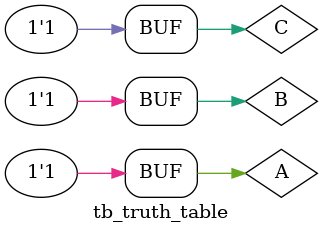
<source format=v>
`timescale 1ns / 1ps


module tb_truth_table; //Å×½ºÅ×º¥Ä¡ ¸ðµâ ¼±¾ð
reg A, B, C; //inputÀ¸·Î »ç¿ëÇÒ A,B,C
wire Y; //outputÀ¸·Î »ç¿ëÇÒ Y
    
initial begin //½ÃÀÛ
    A=0; B=0; C=0; //0nsÀÏ ¶§ A=0 B=0 C=0
    #5 C=1; //5nsÀÏ ¶§ A=0 B=0 C=1
    #5 B=1;C=0; //10nsÀÏ ¶§ A=0 B=1 C=0
    #5 C=1; //15nsÀÏ ¶§ A=0 B=1 C=1
    #5 A=1;B=0;C=0; //20nsÀÏ ¶§ A=1 B=0 C=0
    #5 C=1; //25nsÀÏ ¶§ A=1 B=0 C=1
    #5 B=1;C=0; //30nsÀÏ ¶§ A=1 B=1 C=0
    #5 C=1; //35nsÀÏ ¶§ A=1 B=1 C=1
end

truth_table DUT(.A(A), .B(B), .C(C), .Y(Y)); //truth_table ¸ðµâ¿¡ °ªÀ» Àü´ÞÇÏ¿© Å×½ºÆ®
    
endmodule

</source>
